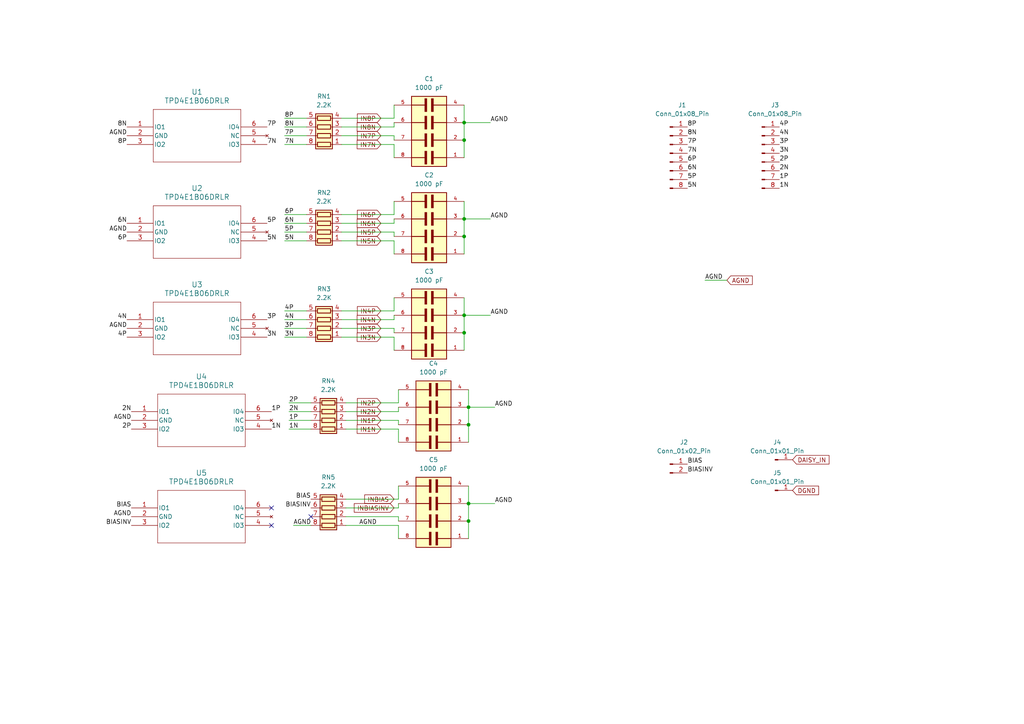
<source format=kicad_sch>
(kicad_sch (version 20231120) (generator "eeschema") (generator_version "8.0")
  (paper "A4")
  (lib_symbols
    (symbol "Connector:Conn_01x01_Pin" (pin_names (offset 1.016) hide)
      (property "Reference" "J" (at 0 2.54 0))
      (property "Value" "Conn_01x01_Pin" (at 0 -2.54 0))
      (symbol "Conn_01x01_Pin_1_1"
        (polyline (pts (xy 1.27 0) (xy 0.8636 0)) (stroke (width 0.1524)))
        (rectangle (start 0.8636 0.127) (end 0 -0.127) (stroke (width 0.1524)) (fill (type outline)))
        (pin passive line (at 5.08 0 180) (length 3.81) (name "Pin_1") (number "1"))
      )
    )
    (symbol "Connector:Conn_01x02_Pin" (pin_names (offset 1.016) hide)
      (property "Reference" "J" (at 0 2.54 0))
      (property "Value" "Conn_01x02_Pin" (at 0 -5.08 0))
      (symbol "Conn_01x02_Pin_1_1"
        (polyline (pts (xy 1.27 -2.54) (xy 0.8636 -2.54)) (stroke (width 0.1524)))
        (polyline (pts (xy 1.27 0) (xy 0.8636 0)) (stroke (width 0.1524)))
        (rectangle (start 0.8636 -2.413) (end 0 -2.667) (stroke (width 0.1524)) (fill (type outline)))
        (rectangle (start 0.8636 0.127) (end 0 -0.127) (stroke (width 0.1524)) (fill (type outline)))
        (pin passive line (at 5.08 0 180) (length 3.81) (name "Pin_1") (number "1"))
        (pin passive line (at 5.08 -2.54 180) (length 3.81) (name "Pin_2") (number "2"))
      )
    )
    (symbol "Connector:Conn_01x08_Pin" (pin_names (offset 1.016) hide)
      (property "Reference" "J" (at 0 10.16 0))
      (property "Value" "Conn_01x08_Pin" (at 0 -12.7 0))
      (symbol "Conn_01x08_Pin_1_1"
        (polyline (pts (xy 1.27 -10.16) (xy 0.8636 -10.16)) (stroke (width 0.1524)))
        (polyline (pts (xy 1.27 -7.62) (xy 0.8636 -7.62)) (stroke (width 0.1524)))
        (polyline (pts (xy 1.27 -5.08) (xy 0.8636 -5.08)) (stroke (width 0.1524)))
        (polyline (pts (xy 1.27 -2.54) (xy 0.8636 -2.54)) (stroke (width 0.1524)))
        (polyline (pts (xy 1.27 0) (xy 0.8636 0)) (stroke (width 0.1524)))
        (polyline (pts (xy 1.27 2.54) (xy 0.8636 2.54)) (stroke (width 0.1524)))
        (polyline (pts (xy 1.27 5.08) (xy 0.8636 5.08)) (stroke (width 0.1524)))
        (polyline (pts (xy 1.27 7.62) (xy 0.8636 7.62)) (stroke (width 0.1524)))
        (rectangle (start 0.8636 -10.033) (end 0 -10.287) (stroke (width 0.1524)) (fill (type outline)))
        (rectangle (start 0.8636 -7.493) (end 0 -7.747) (stroke (width 0.1524)) (fill (type outline)))
        (rectangle (start 0.8636 -4.953) (end 0 -5.207) (stroke (width 0.1524)) (fill (type outline)))
        (rectangle (start 0.8636 -2.413) (end 0 -2.667) (stroke (width 0.1524)) (fill (type outline)))
        (rectangle (start 0.8636 0.127) (end 0 -0.127) (stroke (width 0.1524)) (fill (type outline)))
        (rectangle (start 0.8636 2.667) (end 0 2.413) (stroke (width 0.1524)) (fill (type outline)))
        (rectangle (start 0.8636 5.207) (end 0 4.953) (stroke (width 0.1524)) (fill (type outline)))
        (rectangle (start 0.8636 7.747) (end 0 7.493) (stroke (width 0.1524)) (fill (type outline)))
        (pin passive line (at 5.08 7.62 180) (length 3.81) (name "Pin_1") (number "1"))
        (pin passive line (at 5.08 5.08 180) (length 3.81) (name "Pin_2") (number "2"))
        (pin passive line (at 5.08 2.54 180) (length 3.81) (name "Pin_3") (number "3"))
        (pin passive line (at 5.08 0 180) (length 3.81) (name "Pin_4") (number "4"))
        (pin passive line (at 5.08 -2.54 180) (length 3.81) (name "Pin_5") (number "5"))
        (pin passive line (at 5.08 -5.08 180) (length 3.81) (name "Pin_6") (number "6"))
        (pin passive line (at 5.08 -7.62 180) (length 3.81) (name "Pin_7") (number "7"))
        (pin passive line (at 5.08 -10.16 180) (length 3.81) (name "Pin_8") (number "8"))
      )
    )
    (symbol "Device:R_Pack04" (pin_names (offset 0) hide)
      (property "Reference" "RN" (at -7.62 0 90))
      (property "Value" "R_Pack04" (at 5.08 0 90))
      (symbol "R_Pack04_0_1"
        (rectangle (start -6.35 -2.413) (end 3.81 2.413) (stroke (width 0.254)) (fill (type background)))
        (rectangle (start -5.715 1.905) (end -4.445 -1.905) (stroke (width 0.254)))
        (rectangle (start -3.175 1.905) (end -1.905 -1.905) (stroke (width 0.254)))
        (rectangle (start -0.635 1.905) (end 0.635 -1.905) (stroke (width 0.254)))
        (polyline (pts (xy -5.08 -2.54) (xy -5.08 -1.905)))
        (polyline (pts (xy -5.08 1.905) (xy -5.08 2.54)))
        (polyline (pts (xy -2.54 -2.54) (xy -2.54 -1.905)))
        (polyline (pts (xy -2.54 1.905) (xy -2.54 2.54)))
        (polyline (pts (xy 0 -2.54) (xy 0 -1.905)))
        (polyline (pts (xy 0 1.905) (xy 0 2.54)))
        (polyline (pts (xy 2.54 -2.54) (xy 2.54 -1.905)))
        (polyline (pts (xy 2.54 1.905) (xy 2.54 2.54)))
        (rectangle (start 1.905 1.905) (end 3.175 -1.905) (stroke (width 0.254)))
      )
      (symbol "R_Pack04_1_1"
        (pin passive line (at -5.08 -5.08 90) (length 2.54) (name "R1.1") (number "1"))
        (pin passive line (at -2.54 -5.08 90) (length 2.54) (name "R2.1") (number "2"))
        (pin passive line (at 0 -5.08 90) (length 2.54) (name "R3.1") (number "3"))
        (pin passive line (at 2.54 -5.08 90) (length 2.54) (name "R4.1") (number "4"))
        (pin passive line (at 2.54 5.08 270) (length 2.54) (name "R4.2") (number "5"))
        (pin passive line (at 0 5.08 270) (length 2.54) (name "R3.2") (number "6"))
        (pin passive line (at -2.54 5.08 270) (length 2.54) (name "R2.2") (number "7"))
        (pin passive line (at -5.08 5.08 270) (length 2.54) (name "R1.2") (number "8"))
      )
    )
    (symbol "TPD4E1B06 (ESD):TPD4E1B06DRLR" (pin_names (offset 0.254))
      (property "Reference" "U" (at 20.32 10.16 0))
      (property "Value" "TPD4E1B06DRLR" (at 20.32 7.62 0))
      (symbol "TPD4E1B06DRLR_0_1"
        (polyline (pts (xy 7.62 -10.16) (xy 33.02 -10.16)) (stroke (width 0.127)))
        (polyline (pts (xy 7.62 5.08) (xy 7.62 -10.16)) (stroke (width 0.127)))
        (polyline (pts (xy 33.02 -10.16) (xy 33.02 5.08)) (stroke (width 0.127)))
        (polyline (pts (xy 33.02 5.08) (xy 7.62 5.08)) (stroke (width 0.127)))
        (pin bidirectional line (at 0 0 0) (length 7.62) (name "IO1") (number "1"))
        (pin power_in line (at 0 -2.54 0) (length 7.62) (name "GND") (number "2"))
        (pin bidirectional line (at 0 -5.08 0) (length 7.62) (name "IO2") (number "3"))
        (pin bidirectional line (at 40.64 -5.08 180) (length 7.62) (name "IO3") (number "4"))
        (pin no_connect line (at 40.64 -2.54 180) (length 7.62) (name "NC") (number "5"))
        (pin bidirectional line (at 40.64 0 180) (length 7.62) (name "IO4") (number "6"))
      )
    )
    (symbol "W3A45C102K4T2A (C_array):CKCL44X7R1H102M085AA" (pin_names (offset 1.016))
      (property "Reference" "C" (at -5.08 11.43 0))
      (property "Value" "CKCL44X7R1H102M085AA" (at -5.08 -12.7 0))
      (symbol "CKCL44X7R1H102M085AA_0_0"
        (rectangle (start -5.08 -10.16) (end 5.08 10.16) (stroke (width 0.254)) (fill (type background)))
        (rectangle (start -1.27 -9.525) (end -0.635 -5.715) (stroke (width 0.1)) (fill (type outline)))
        (rectangle (start -1.27 -4.445) (end -0.635 -0.635) (stroke (width 0.1)) (fill (type outline)))
        (rectangle (start -1.27 0.635) (end -0.635 4.445) (stroke (width 0.1)) (fill (type outline)))
        (rectangle (start -1.27 5.715) (end -0.635 9.525) (stroke (width 0.1)) (fill (type outline)))
        (polyline (pts (xy -1.27 -7.62) (xy -5.08 -7.62)) (stroke (width 0.254)))
        (polyline (pts (xy -1.27 -2.54) (xy -5.08 -2.54)) (stroke (width 0.254)))
        (polyline (pts (xy -1.27 2.54) (xy -5.08 2.54)) (stroke (width 0.254)))
        (polyline (pts (xy -1.27 7.62) (xy -5.08 7.62)) (stroke (width 0.254)))
        (polyline (pts (xy 1.27 -7.62) (xy 5.08 -7.62)) (stroke (width 0.254)))
        (polyline (pts (xy 1.27 -2.54) (xy 5.08 -2.54)) (stroke (width 0.254)))
        (polyline (pts (xy 1.27 2.54) (xy 5.08 2.54)) (stroke (width 0.254)))
        (polyline (pts (xy 1.27 7.62) (xy 5.08 7.62)) (stroke (width 0.254)))
        (rectangle (start 0.635 -9.525) (end 1.27 -5.715) (stroke (width 0.1)) (fill (type outline)))
        (rectangle (start 0.635 -4.445) (end 1.27 -0.635) (stroke (width 0.1)) (fill (type outline)))
        (rectangle (start 0.635 0.635) (end 1.27 4.445) (stroke (width 0.1)) (fill (type outline)))
        (rectangle (start 0.635 5.715) (end 1.27 9.525) (stroke (width 0.1)) (fill (type outline)))
        (pin passive line (at -10.16 7.62 0) (length 5.08) (name "~") (number "1"))
        (pin passive line (at -10.16 2.54 0) (length 5.08) (name "~") (number "2"))
        (pin passive line (at -10.16 -2.54 0) (length 5.08) (name "~") (number "3"))
        (pin passive line (at -10.16 -7.62 0) (length 5.08) (name "~") (number "4"))
        (pin passive line (at 10.16 -7.62 180) (length 5.08) (name "~") (number "5"))
        (pin passive line (at 10.16 -2.54 180) (length 5.08) (name "~") (number "6"))
        (pin passive line (at 10.16 2.54 180) (length 5.08) (name "~") (number "7"))
        (pin passive line (at 10.16 7.62 180) (length 5.08) (name "~") (number "8"))
      )
    )
  )
  (junction (at 134.62 40.64))
  (junction (at 135.89 123.19))
  (junction (at 134.62 35.56))
  (junction (at 134.62 68.58))
  (junction (at 134.62 96.52))
  (junction (at 134.62 91.44))
  (junction (at 134.62 63.5))
  (junction (at 135.89 118.11))
  (junction (at 135.89 151.13))
  (junction (at 135.89 146.05))
  (no_connect (at 78.74 152.4))
  (no_connect (at 78.74 147.32))
  (no_connect (at 90.17 149.86))
  (wire (pts (xy 99.06 97.79) (xy 114.3 97.79)))
  (wire (pts (xy 100.33 119.38) (xy 115.57 119.38)))
  (wire (pts (xy 134.62 30.48) (xy 134.62 35.56)))
  (wire (pts (xy 99.06 95.25) (xy 114.3 95.25)))
  (wire (pts (xy 134.62 96.52) (xy 134.62 101.6)))
  (wire (pts (xy 100.33 124.46) (xy 115.57 124.46)))
  (wire (pts (xy 99.06 34.29) (xy 114.3 34.29)))
  (wire (pts (xy 135.89 151.13) (xy 135.89 156.21)))
  (wire (pts (xy 114.3 62.23) (xy 114.3 58.42)))
  (wire (pts (xy 114.3 36.83) (xy 114.3 35.56)))
  (wire (pts (xy 134.62 63.5) (xy 142.24 63.5)))
  (wire (pts (xy 114.3 97.79) (xy 114.3 101.6)))
  (wire (pts (xy 82.55 90.17) (xy 88.9 90.17)))
  (wire (pts (xy 83.82 119.38) (xy 90.17 119.38)))
  (wire (pts (xy 134.62 35.56) (xy 134.62 40.64)))
  (wire (pts (xy 115.57 116.84) (xy 115.57 113.03)))
  (wire (pts (xy 82.55 64.77) (xy 88.9 64.77)))
  (wire (pts (xy 115.57 144.78) (xy 115.57 140.97)))
  (wire (pts (xy 135.89 140.97) (xy 135.89 146.05)))
  (wire (pts (xy 82.55 92.71) (xy 88.9 92.71)))
  (wire (pts (xy 83.82 124.46) (xy 90.17 124.46)))
  (wire (pts (xy 114.3 41.91) (xy 114.3 45.72)))
  (wire (pts (xy 99.06 90.17) (xy 114.3 90.17)))
  (wire (pts (xy 83.82 121.92) (xy 90.17 121.92)))
  (wire (pts (xy 83.82 116.84) (xy 90.17 116.84)))
  (wire (pts (xy 114.3 92.71) (xy 114.3 91.44)))
  (wire (pts (xy 115.57 149.86) (xy 115.57 151.13)))
  (wire (pts (xy 134.62 91.44) (xy 134.62 96.52)))
  (wire (pts (xy 115.57 124.46) (xy 115.57 128.27)))
  (wire (pts (xy 100.33 152.4) (xy 115.57 152.4)))
  (wire (pts (xy 82.55 39.37) (xy 88.9 39.37)))
  (wire (pts (xy 100.33 149.86) (xy 115.57 149.86)))
  (wire (pts (xy 114.3 34.29) (xy 114.3 30.48)))
  (wire (pts (xy 82.55 62.23) (xy 88.9 62.23)))
  (wire (pts (xy 135.89 146.05) (xy 135.89 151.13)))
  (wire (pts (xy 82.55 97.79) (xy 88.9 97.79)))
  (wire (pts (xy 114.3 90.17) (xy 114.3 86.36)))
  (wire (pts (xy 134.62 68.58) (xy 134.62 73.66)))
  (wire (pts (xy 82.55 69.85) (xy 88.9 69.85)))
  (wire (pts (xy 114.3 39.37) (xy 114.3 40.64)))
  (wire (pts (xy 114.3 95.25) (xy 114.3 96.52)))
  (wire (pts (xy 134.62 86.36) (xy 134.62 91.44)))
  (wire (pts (xy 135.89 113.03) (xy 135.89 118.11)))
  (wire (pts (xy 135.89 123.19) (xy 135.89 128.27)))
  (wire (pts (xy 99.06 41.91) (xy 114.3 41.91)))
  (wire (pts (xy 134.62 40.64) (xy 134.62 45.72)))
  (wire (pts (xy 82.55 67.31) (xy 88.9 67.31)))
  (wire (pts (xy 135.89 118.11) (xy 143.51 118.11)))
  (wire (pts (xy 204.47 81.28) (xy 210.82 81.28)))
  (wire (pts (xy 100.33 121.92) (xy 115.57 121.92)))
  (wire (pts (xy 135.89 118.11) (xy 135.89 123.19)))
  (wire (pts (xy 135.89 146.05) (xy 143.51 146.05)))
  (wire (pts (xy 99.06 39.37) (xy 114.3 39.37)))
  (wire (pts (xy 99.06 92.71) (xy 114.3 92.71)))
  (wire (pts (xy 82.55 41.91) (xy 88.9 41.91)))
  (wire (pts (xy 82.55 34.29) (xy 88.9 34.29)))
  (wire (pts (xy 115.57 121.92) (xy 115.57 123.19)))
  (wire (pts (xy 134.62 58.42) (xy 134.62 63.5)))
  (wire (pts (xy 114.3 67.31) (xy 114.3 68.58)))
  (wire (pts (xy 115.57 147.32) (xy 115.57 146.05)))
  (wire (pts (xy 115.57 119.38) (xy 115.57 118.11)))
  (wire (pts (xy 99.06 64.77) (xy 114.3 64.77)))
  (wire (pts (xy 115.57 152.4) (xy 115.57 156.21)))
  (wire (pts (xy 85.09 152.4) (xy 90.17 152.4)))
  (wire (pts (xy 100.33 144.78) (xy 115.57 144.78)))
  (wire (pts (xy 100.33 147.32) (xy 115.57 147.32)))
  (wire (pts (xy 114.3 64.77) (xy 114.3 63.5)))
  (wire (pts (xy 134.62 91.44) (xy 142.24 91.44)))
  (wire (pts (xy 134.62 63.5) (xy 134.62 68.58)))
  (wire (pts (xy 99.06 36.83) (xy 114.3 36.83)))
  (wire (pts (xy 114.3 69.85) (xy 114.3 73.66)))
  (wire (pts (xy 82.55 95.25) (xy 88.9 95.25)))
  (wire (pts (xy 134.62 35.56) (xy 142.24 35.56)))
  (wire (pts (xy 99.06 69.85) (xy 114.3 69.85)))
  (wire (pts (xy 99.06 67.31) (xy 114.3 67.31)))
  (wire (pts (xy 100.33 116.84) (xy 115.57 116.84)))
  (wire (pts (xy 99.06 62.23) (xy 114.3 62.23)))
  (wire (pts (xy 82.55 36.83) (xy 88.9 36.83)))
  (label "AGND" (at 38.1 149.86 180))
  (label "7P" (at 82.55 39.37 0))
  (label "4N" (at 36.83 92.71 180))
  (label "2N" (at 38.1 119.38 180))
  (label "3P" (at 77.47 92.71 0))
  (label "6P" (at 199.39 46.99 0))
  (label "1N" (at 78.74 124.46 0))
  (label "5N" (at 199.39 54.61 0))
  (label "2P" (at 83.82 116.84 0))
  (label "BIAS" (at 199.39 134.62 0))
  (label "1P" (at 78.74 119.38 0))
  (label "5P" (at 199.39 52.07 0))
  (label "6N" (at 36.83 64.77 180))
  (label "5P" (at 82.55 67.31 0))
  (label "6N" (at 199.39 49.53 0))
  (label "AGND" (at 36.83 39.37 180))
  (label "2N" (at 226.06 49.53 0))
  (label "AGND" (at 204.47 81.28 0))
  (label "BIAS" (at 90.17 144.78 180))
  (label "8N" (at 36.83 36.83 180))
  (label "4P" (at 36.83 97.79 180))
  (label "4N" (at 82.55 92.71 0))
  (label "6N" (at 82.55 64.77 0))
  (label "AGND" (at 143.51 118.11 0))
  (label "2P" (at 38.1 124.46 180))
  (label "1N" (at 226.06 54.61 0))
  (label "5N" (at 82.55 69.85 0))
  (label "2P" (at 226.06 46.99 0))
  (label "3P" (at 82.55 95.25 0))
  (label "3N" (at 77.47 97.79 0))
  (label "2N" (at 83.82 119.38 0))
  (label "6P" (at 36.83 69.85 180))
  (label "3P" (at 226.06 41.91 0))
  (label "BIASINV" (at 90.17 147.32 180))
  (label "BIASINV" (at 38.1 152.4 180))
  (label "6P" (at 82.55 62.23 0))
  (label "AGND" (at 36.83 67.31 180))
  (label "1P" (at 83.82 121.92 0))
  (label "AGND" (at 143.51 146.05 0))
  (label "5N" (at 77.47 69.85 0))
  (label "8N" (at 82.55 36.83 0))
  (label "AGND" (at 85.09 152.4 0))
  (label "AGND" (at 142.24 91.44 0))
  (label "3N" (at 82.55 97.79 0))
  (label "7P" (at 77.47 36.83 0))
  (label "7N" (at 77.47 41.91 0))
  (label "BIAS" (at 38.1 147.32 180))
  (label "1P" (at 226.06 52.07 0))
  (label "AGND" (at 38.1 121.92 180))
  (label "8P" (at 36.83 41.91 180))
  (label "1N" (at 83.82 124.46 0))
  (label "AGND" (at 36.83 95.25 180))
  (label "AGND" (at 104.14 152.4 0))
  (label "8P" (at 82.55 34.29 0))
  (label "4P" (at 82.55 90.17 0))
  (label "AGND" (at 142.24 35.56 0))
  (label "8N" (at 199.39 39.37 0))
  (label "5P" (at 77.47 64.77 0))
  (label "AGND" (at 142.24 63.5 0))
  (label "7P" (at 199.39 41.91 0))
  (label "7N" (at 199.39 44.45 0))
  (label "7N" (at 82.55 41.91 0))
  (label "4N" (at 226.06 39.37 0))
  (label "3N" (at 226.06 44.45 0))
  (label "4P" (at 226.06 36.83 0))
  (label "8P" (at 199.39 36.83 0))
  (label "BIASINV" (at 199.39 137.16 0))
  (global_label "IN8N" (shape input) (at 110.49 36.83 180) (property "Intersheetrefs" "${INTERSHEET_REFS}" (effects (hide yes))))
  (global_label "IN3P" (shape input) (at 110.49 95.25 180) (property "Intersheetrefs" "${INTERSHEET_REFS}" (effects (hide yes))))
  (global_label "IN3N" (shape input) (at 110.49 97.79 180) (property "Intersheetrefs" "${INTERSHEET_REFS}" (effects (hide yes))))
  (global_label "IN6N" (shape input) (at 110.49 64.77 180) (property "Intersheetrefs" "${INTERSHEET_REFS}" (effects (hide yes))))
  (global_label "DGND" (shape input) (at 229.87 142.24 0) (property "Intersheetrefs" "${INTERSHEET_REFS}" (effects (hide yes))))
  (global_label "IN2P" (shape input) (at 110.49 116.84 180) (property "Intersheetrefs" "${INTERSHEET_REFS}" (effects (hide yes))))
  (global_label "IN8P" (shape input) (at 110.49 34.29 180) (property "Intersheetrefs" "${INTERSHEET_REFS}" (effects (hide yes))))
  (global_label "IN1P" (shape input) (at 110.49 121.92 180) (property "Intersheetrefs" "${INTERSHEET_REFS}" (effects (hide yes))))
  (global_label "AGND" (shape input) (at 210.82 81.28 0) (property "Intersheetrefs" "${INTERSHEET_REFS}" (effects (hide yes))))
  (global_label "DAISY_IN" (shape input) (at 229.87 133.35 0) (property "Intersheetrefs" "${INTERSHEET_REFS}" (effects (hide yes))))
  (global_label "IN4P" (shape input) (at 110.49 90.17 180) (property "Intersheetrefs" "${INTERSHEET_REFS}" (effects (hide yes))))
  (global_label "IN7N" (shape input) (at 110.49 41.91 180) (property "Intersheetrefs" "${INTERSHEET_REFS}" (effects (hide yes))))
  (global_label "IN7P" (shape input) (at 110.49 39.37 180) (property "Intersheetrefs" "${INTERSHEET_REFS}" (effects (hide yes))))
  (global_label "IN5P" (shape input) (at 110.49 67.31 180) (property "Intersheetrefs" "${INTERSHEET_REFS}" (effects (hide yes))))
  (global_label "IN4N" (shape input) (at 110.49 92.71 180) (property "Intersheetrefs" "${INTERSHEET_REFS}" (effects (hide yes))))
  (global_label "IN2N" (shape input) (at 110.49 119.38 180) (property "Intersheetrefs" "${INTERSHEET_REFS}" (effects (hide yes))))
  (global_label "INBIASINV" (shape input) (at 114.3 147.32 180) (property "Intersheetrefs" "${INTERSHEET_REFS}" (effects (hide yes))))
  (global_label "IN6P" (shape input) (at 110.49 62.23 180) (property "Intersheetrefs" "${INTERSHEET_REFS}" (effects (hide yes))))
  (global_label "IN5N" (shape input) (at 110.49 69.85 180) (property "Intersheetrefs" "${INTERSHEET_REFS}" (effects (hide yes))))
  (global_label "IN1N" (shape input) (at 110.49 124.46 180) (property "Intersheetrefs" "${INTERSHEET_REFS}" (effects (hide yes))))
  (global_label "INBIAS" (shape input) (at 114.3 144.78 180) (property "Intersheetrefs" "${INTERSHEET_REFS}" (effects (hide yes))))
  (symbol (lib_id "W3A45C102K4T2A (C_array):CKCL44X7R1H102M085AA") (at 125.73 120.65 180) (unit 1)
    (property "Reference" "C4" (at 125.73 105.41 0))
    (property "Value" "1000 pF" (at 125.73 107.95 0))
    (property "Footprint" "W3A45C102K4T2A:CAPCAV_W3A45C102KAT2A-8" (effects (hide yes)))
    (property "MF" "TDK" (effects (hide yes)))
    (property "MAXIMUM_PACKAGE_HEIGHT" "0.85 mm" (effects (hide yes)))
    (property "Package" "0805 TDK Corporation" (effects (hide yes)))
    (property "Price" "None" (effects (hide yes)))
    (property "Check_prices" "https://www.snapeda.com/parts/CKCL44X7R1H102M085AA/TDK-Lambda+Americas+Inc/view-part/?ref=eda" (effects (hide yes)))
    (property "STANDARD" "Manufacturer Recommendations" (effects (hide yes)))
    (property "PARTREV" "Dec 2014" (effects (hide yes)))
    (property "SnapEDA_Link" "https://www.snapeda.com/parts/CKCL44X7R1H102M085AA/TDK-Lambda+Americas+Inc/view-part/?ref=snap" (effects (hide yes)))
    (property "MP" "CKCL44X7R1H102M085AA" (effects (hide yes)))
    (property "Description_1" "\n                        \n                            1000pF Isolated Capacitor  Array 50V X7R 0805 (2012 Metric)\n                        \n" (effects (hide yes)))
    (property "Availability" "In Stock" (effects (hide yes)))
    (property "MANUFACTURER" "TDK" (effects (hide yes)))
  )
  (symbol (lib_id "Connector:Conn_01x01_Pin") (at 224.79 142.24 0) (unit 1)
    (property "Reference" "J5" (at 225.425 137.16 0))
    (property "Value" "Conn_01x01_Pin" (at 225.425 139.7 0))
    (property "Footprint" "TestPoint:TestPoint_Pad_D2.5mm" (effects (hide yes)))
    (property "Description" "Generic connector, single row, 01x01, script generated" (effects (hide yes)))
  )
  (symbol (lib_id "Connector:Conn_01x08_Pin") (at 194.31 44.45 0) (unit 1)
    (property "Reference" "J1" (at 197.866 30.48 0))
    (property "Value" "Conn_01x08_Pin" (at 197.866 33.02 0))
    (property "Footprint" "Connector_PinHeader_2.54mm:PinHeader_1x08_P2.54mm_Horizontal" (effects (hide yes)))
    (property "Description" "Generic connector, single row, 01x08, script generated" (effects (hide yes)))
  )
  (symbol (lib_id "TPD4E1B06 (ESD):TPD4E1B06DRLR") (at 36.83 64.77 0) (unit 1)
    (property "Reference" "U2" (at 57.15 54.61 0) (effects (font (size 1.524 1.524))))
    (property "Value" "TPD4E1B06DRLR" (at 57.15 57.15 0) (effects (font (size 1.524 1.524))))
    (property "Footprint" "DRL6:DRL6_TEX" (effects (hide yes)))
    (property "Datasheet" "TPD4E1B06DRLR" (effects (hide yes)))
  )
  (symbol (lib_id "Connector:Conn_01x01_Pin") (at 224.79 133.35 0) (unit 1)
    (property "Reference" "J4" (at 225.425 128.27 0))
    (property "Value" "Conn_01x01_Pin" (at 225.425 130.81 0))
    (property "Footprint" "TestPoint:TestPoint_Pad_D2.5mm" (effects (hide yes)))
    (property "Description" "Generic connector, single row, 01x01, script generated" (effects (hide yes)))
  )
  (symbol (lib_id "W3A45C102K4T2A (C_array):CKCL44X7R1H102M085AA") (at 125.73 148.59 180) (unit 1)
    (property "Reference" "C5" (at 125.73 133.35 0))
    (property "Value" "1000 pF" (at 125.73 135.89 0))
    (property "Footprint" "W3A45C102K4T2A:CAPCAV_W3A45C102KAT2A-8" (effects (hide yes)))
    (property "MF" "TDK" (effects (hide yes)))
    (property "MAXIMUM_PACKAGE_HEIGHT" "0.85 mm" (effects (hide yes)))
    (property "Package" "0805 TDK Corporation" (effects (hide yes)))
    (property "Price" "None" (effects (hide yes)))
    (property "Check_prices" "https://www.snapeda.com/parts/CKCL44X7R1H102M085AA/TDK-Lambda+Americas+Inc/view-part/?ref=eda" (effects (hide yes)))
    (property "STANDARD" "Manufacturer Recommendations" (effects (hide yes)))
    (property "PARTREV" "Dec 2014" (effects (hide yes)))
    (property "SnapEDA_Link" "https://www.snapeda.com/parts/CKCL44X7R1H102M085AA/TDK-Lambda+Americas+Inc/view-part/?ref=snap" (effects (hide yes)))
    (property "MP" "CKCL44X7R1H102M085AA" (effects (hide yes)))
    (property "Description_1" "\n                        \n                            1000pF Isolated Capacitor  Array 50V X7R 0805 (2012 Metric)\n                        \n" (effects (hide yes)))
    (property "Availability" "In Stock" (effects (hide yes)))
    (property "MANUFACTURER" "TDK" (effects (hide yes)))
  )
  (symbol (lib_id "TPD4E1B06 (ESD):TPD4E1B06DRLR") (at 38.1 119.38 0) (unit 1)
    (property "Reference" "U4" (at 58.42 109.22 0) (effects (font (size 1.524 1.524))))
    (property "Value" "TPD4E1B06DRLR" (at 58.42 111.76 0) (effects (font (size 1.524 1.524))))
    (property "Footprint" "DRL6:DRL6_TEX" (effects (hide yes)))
    (property "Datasheet" "TPD4E1B06DRLR" (effects (hide yes)))
  )
  (symbol (lib_id "TPD4E1B06 (ESD):TPD4E1B06DRLR") (at 36.83 92.71 0) (unit 1)
    (property "Reference" "U3" (at 57.15 82.55 0) (effects (font (size 1.524 1.524))))
    (property "Value" "TPD4E1B06DRLR" (at 57.15 85.09 0) (effects (font (size 1.524 1.524))))
    (property "Footprint" "DRL6:DRL6_TEX" (effects (hide yes)))
    (property "Datasheet" "TPD4E1B06DRLR" (effects (hide yes)))
  )
  (symbol (lib_id "Device:R_Pack04") (at 93.98 92.71 90) (unit 1)
    (property "Reference" "RN3" (at 93.98 83.82 90))
    (property "Value" "2.2K" (at 93.98 86.36 90))
    (property "Footprint" "Resistor_SMD:R_Array_Concave_4x0603" (effects (hide yes)))
    (property "Description" "4 resistor network, parallel topology" (effects (hide yes)))
  )
  (symbol (lib_id "W3A45C102K4T2A (C_array):CKCL44X7R1H102M085AA") (at 124.46 93.98 180) (unit 1)
    (property "Reference" "C3" (at 124.46 78.74 0))
    (property "Value" "1000 pF" (at 124.46 81.28 0))
    (property "Footprint" "W3A45C102K4T2A:CAPCAV_W3A45C102KAT2A-8" (effects (hide yes)))
    (property "MF" "TDK" (effects (hide yes)))
    (property "MAXIMUM_PACKAGE_HEIGHT" "0.85 mm" (effects (hide yes)))
    (property "Package" "0805 TDK Corporation" (effects (hide yes)))
    (property "Price" "None" (effects (hide yes)))
    (property "Check_prices" "https://www.snapeda.com/parts/CKCL44X7R1H102M085AA/TDK-Lambda+Americas+Inc/view-part/?ref=eda" (effects (hide yes)))
    (property "STANDARD" "Manufacturer Recommendations" (effects (hide yes)))
    (property "PARTREV" "Dec 2014" (effects (hide yes)))
    (property "SnapEDA_Link" "https://www.snapeda.com/parts/CKCL44X7R1H102M085AA/TDK-Lambda+Americas+Inc/view-part/?ref=snap" (effects (hide yes)))
    (property "MP" "CKCL44X7R1H102M085AA" (effects (hide yes)))
    (property "Description_1" "\n                        \n                            1000pF Isolated Capacitor  Array 50V X7R 0805 (2012 Metric)\n                        \n" (effects (hide yes)))
    (property "Availability" "In Stock" (effects (hide yes)))
    (property "MANUFACTURER" "TDK" (effects (hide yes)))
  )
  (symbol (lib_id "Device:R_Pack04") (at 93.98 36.83 90) (unit 1)
    (property "Reference" "RN1" (at 93.98 27.94 90))
    (property "Value" "2.2K" (at 93.98 30.48 90))
    (property "Footprint" "Resistor_SMD:R_Array_Concave_4x0603" (effects (hide yes)))
    (property "Description" "4 resistor network, parallel topology" (effects (hide yes)))
  )
  (symbol (lib_id "TPD4E1B06 (ESD):TPD4E1B06DRLR") (at 38.1 147.32 0) (unit 1)
    (property "Reference" "U5" (at 58.42 137.16 0) (effects (font (size 1.524 1.524))))
    (property "Value" "TPD4E1B06DRLR" (at 58.42 139.7 0) (effects (font (size 1.524 1.524))))
    (property "Footprint" "DRL6:DRL6_TEX" (effects (hide yes)))
    (property "Datasheet" "TPD4E1B06DRLR" (effects (hide yes)))
  )
  (symbol (lib_id "Device:R_Pack04") (at 95.25 147.32 90) (unit 1)
    (property "Reference" "RN5" (at 95.25 138.43 90))
    (property "Value" "2.2K" (at 95.25 140.97 90))
    (property "Footprint" "Resistor_SMD:R_Array_Concave_4x0603" (effects (hide yes)))
    (property "Description" "4 resistor network, parallel topology" (effects (hide yes)))
  )
  (symbol (lib_id "TPD4E1B06 (ESD):TPD4E1B06DRLR") (at 36.83 36.83 0) (unit 1)
    (property "Reference" "U1" (at 57.15 26.67 0) (effects (font (size 1.524 1.524))))
    (property "Value" "TPD4E1B06DRLR" (at 57.15 29.21 0) (effects (font (size 1.524 1.524))))
    (property "Footprint" "DRL6:DRL6_TEX" (effects (hide yes)))
    (property "Datasheet" "TPD4E1B06DRLR" (effects (hide yes)))
  )
  (symbol (lib_id "Device:R_Pack04") (at 95.25 119.38 90) (unit 1)
    (property "Reference" "RN4" (at 95.25 110.49 90))
    (property "Value" "2.2K" (at 95.25 113.03 90))
    (property "Footprint" "Resistor_SMD:R_Array_Concave_4x0603" (effects (hide yes)))
    (property "Description" "4 resistor network, parallel topology" (effects (hide yes)))
  )
  (symbol (lib_id "W3A45C102K4T2A (C_array):CKCL44X7R1H102M085AA") (at 124.46 66.04 180) (unit 1)
    (property "Reference" "C2" (at 124.46 50.8 0))
    (property "Value" "1000 pF" (at 124.46 53.34 0))
    (property "Footprint" "W3A45C102K4T2A:CAPCAV_W3A45C102KAT2A-8" (effects (hide yes)))
    (property "MF" "TDK" (effects (hide yes)))
    (property "MAXIMUM_PACKAGE_HEIGHT" "0.85 mm" (effects (hide yes)))
    (property "Package" "0805 TDK Corporation" (effects (hide yes)))
    (property "Price" "None" (effects (hide yes)))
    (property "Check_prices" "https://www.snapeda.com/parts/CKCL44X7R1H102M085AA/TDK-Lambda+Americas+Inc/view-part/?ref=eda" (effects (hide yes)))
    (property "STANDARD" "Manufacturer Recommendations" (effects (hide yes)))
    (property "PARTREV" "Dec 2014" (effects (hide yes)))
    (property "SnapEDA_Link" "https://www.snapeda.com/parts/CKCL44X7R1H102M085AA/TDK-Lambda+Americas+Inc/view-part/?ref=snap" (effects (hide yes)))
    (property "MP" "CKCL44X7R1H102M085AA" (effects (hide yes)))
    (property "Description_1" "\n                        \n                            1000pF Isolated Capacitor  Array 50V X7R 0805 (2012 Metric)\n                        \n" (effects (hide yes)))
    (property "Availability" "In Stock" (effects (hide yes)))
    (property "MANUFACTURER" "TDK" (effects (hide yes)))
  )
  (symbol (lib_id "W3A45C102K4T2A (C_array):CKCL44X7R1H102M085AA") (at 124.46 38.1 180) (unit 1)
    (property "Reference" "C1" (at 124.46 22.86 0))
    (property "Value" "1000 pF" (at 124.46 25.4 0))
    (property "Footprint" "W3A45C102K4T2A:CAPCAV_W3A45C102KAT2A-8" (effects (hide yes)))
    (property "MF" "TDK" (effects (hide yes)))
    (property "MAXIMUM_PACKAGE_HEIGHT" "0.85 mm" (effects (hide yes)))
    (property "Package" "0805 TDK Corporation" (effects (hide yes)))
    (property "Price" "None" (effects (hide yes)))
    (property "Check_prices" "https://www.snapeda.com/parts/CKCL44X7R1H102M085AA/TDK-Lambda+Americas+Inc/view-part/?ref=eda" (effects (hide yes)))
    (property "STANDARD" "Manufacturer Recommendations" (effects (hide yes)))
    (property "PARTREV" "Dec 2014" (effects (hide yes)))
    (property "SnapEDA_Link" "https://www.snapeda.com/parts/CKCL44X7R1H102M085AA/TDK-Lambda+Americas+Inc/view-part/?ref=snap" (effects (hide yes)))
    (property "MP" "CKCL44X7R1H102M085AA" (effects (hide yes)))
    (property "Description_1" "\n                        \n                            1000pF Isolated Capacitor  Array 50V X7R 0805 (2012 Metric)\n                        \n" (effects (hide yes)))
    (property "Availability" "In Stock" (effects (hide yes)))
    (property "MANUFACTURER" "TDK" (effects (hide yes)))
  )
  (symbol (lib_id "Connector:Conn_01x08_Pin") (at 220.98 44.45 0) (unit 1)
    (property "Reference" "J3" (at 224.79 30.48 0))
    (property "Value" "Conn_01x08_Pin" (at 224.79 33.02 0))
    (property "Footprint" "Connector_PinHeader_2.54mm:PinHeader_1x08_P2.54mm_Horizontal" (effects (hide yes)))
    (property "Description" "Generic connector, single row, 01x08, script generated" (effects (hide yes)))
  )
  (symbol (lib_id "Connector:Conn_01x02_Pin") (at 194.31 134.62 0) (unit 1)
    (property "Reference" "J2" (at 198.374 128.27 0))
    (property "Value" "Conn_01x02_Pin" (at 198.374 130.81 0))
    (property "Footprint" "Connector_PinHeader_2.54mm:PinHeader_1x02_P2.54mm_Horizontal" (effects (hide yes)))
    (property "Description" "Generic connector, single row, 01x02, script generated" (effects (hide yes)))
  )
  (symbol (lib_id "Device:R_Pack04") (at 93.98 64.77 90) (unit 1)
    (property "Reference" "RN2" (at 93.98 55.88 90))
    (property "Value" "2.2K" (at 93.98 58.42 90))
    (property "Footprint" "Resistor_SMD:R_Array_Concave_4x0603" (effects (hide yes)))
    (property "Description" "4 resistor network, parallel topology" (effects (hide yes)))
  )
)
</source>
